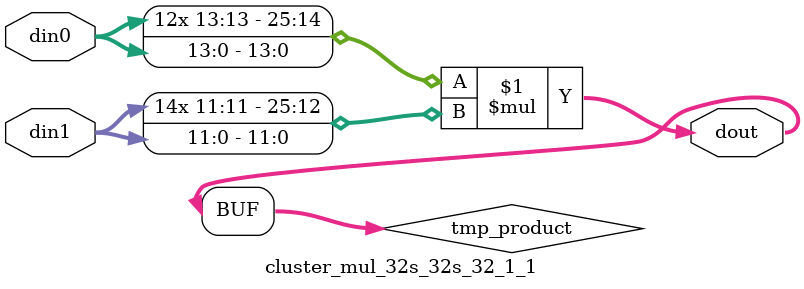
<source format=v>

`timescale 1 ns / 1 ps

 module cluster_mul_32s_32s_32_1_1(din0, din1, dout);
parameter ID = 1;
parameter NUM_STAGE = 0;
parameter din0_WIDTH = 14;
parameter din1_WIDTH = 12;
parameter dout_WIDTH = 26;

input [din0_WIDTH - 1 : 0] din0; 
input [din1_WIDTH - 1 : 0] din1; 
output [dout_WIDTH - 1 : 0] dout;

wire signed [dout_WIDTH - 1 : 0] tmp_product;



























assign tmp_product = $signed(din0) * $signed(din1);








assign dout = tmp_product;





















endmodule

</source>
